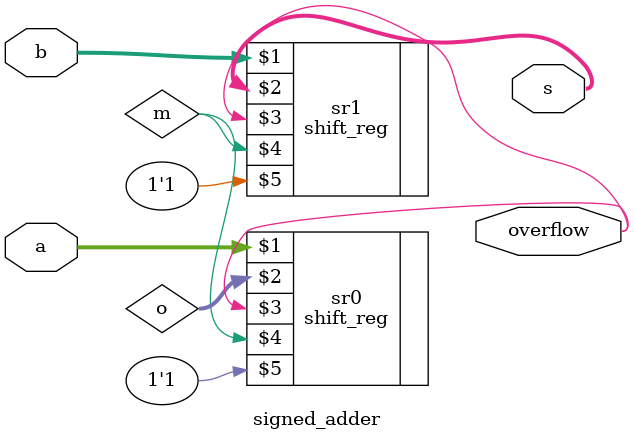
<source format=v>

module signed_adder(input [7:0] a,
    input [7:0] b,
    output [7:0] s,
    output overflow
); 

// The numbers a and b are added to the output s. 
// assign the occurence of the signed overflow of a and b to the output overflow.
// a signed overflow occurs if the most significant bits of a and b are low and the most significant bit of s is high
// a signed overflow may also occur if the most significant bits of a and b are high and the most significant bit of s is low


wire signed [7:0] o;
wire m; 
shift_reg sr0 (a, o, overflow, m, 1'b1);
shift_reg sr1 (b, s, overflow, m, 1'b1);

endmodule

</source>
